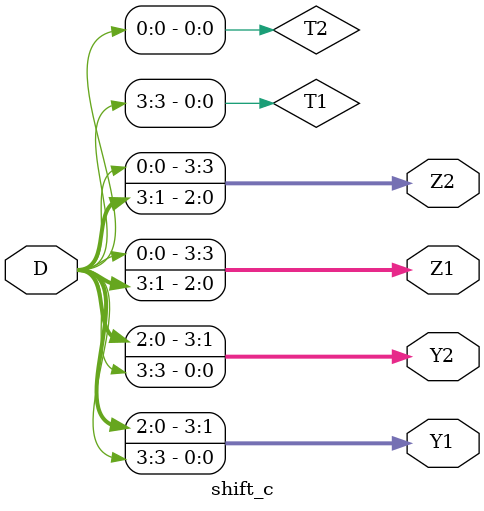
<source format=v>

module shift_c (D, Y1, Y2, Z1, Z2);
input  [3:0] D;			// D ¥|¦ì¤¸¿é¤J
output [3:0] Y1,Y2,Z1,Z2;	// Y, Z ¥|¦ì¤¸¿é¥X
reg    [3:0] Y1,Z1;		// «Å§i¬°¼È¦s¾¹¸ê®Æ 
reg    T1,T2;			// «Å§i¬°¼È¦s¾¹¸ê®Æ 

// ¨Ï¥Î²¾¦ì¹Bºâ¤l
always@ (D)
  begin		// Y1´`Àô¥ª²¾¤@¦ì, Z1´`Àô¥k²¾¤@¦ì
    T1 = D[3];	  	T2 = D[0];
    Y1 = D << 1;	Z1 = D >> 1;
    Y1[0] = T1;	  	Z1[3] = T2;
  end

// ¨Ï¥Î³s±µ¹Bºâ¤l
assign Y2 = {D[2:0], D[3]};  // ´`Àô¥ª²¾¤@¦ì
assign Z2 = {D[0], D[3:1]};  // ´`Àô¥k²¾¤@¦ì

endmodule

</source>
